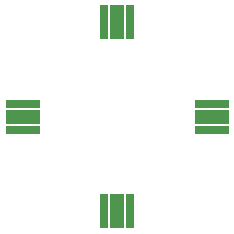
<source format=gbr>
%TF.GenerationSoftware,KiCad,Pcbnew,7.0.7*%
%TF.CreationDate,2024-01-18T12:21:34-05:00*%
%TF.ProjectId,LED_board,4c45445f-626f-4617-9264-2e6b69636164,rev?*%
%TF.SameCoordinates,Original*%
%TF.FileFunction,Soldermask,Top*%
%TF.FilePolarity,Negative*%
%FSLAX46Y46*%
G04 Gerber Fmt 4.6, Leading zero omitted, Abs format (unit mm)*
G04 Created by KiCad (PCBNEW 7.0.7) date 2024-01-18 12:21:34*
%MOMM*%
%LPD*%
G01*
G04 APERTURE LIST*
G04 Aperture macros list*
%AMRoundRect*
0 Rectangle with rounded corners*
0 $1 Rounding radius*
0 $2 $3 $4 $5 $6 $7 $8 $9 X,Y pos of 4 corners*
0 Add a 4 corners polygon primitive as box body*
4,1,4,$2,$3,$4,$5,$6,$7,$8,$9,$2,$3,0*
0 Add four circle primitives for the rounded corners*
1,1,$1+$1,$2,$3*
1,1,$1+$1,$4,$5*
1,1,$1+$1,$6,$7*
1,1,$1+$1,$8,$9*
0 Add four rect primitives between the rounded corners*
20,1,$1+$1,$2,$3,$4,$5,0*
20,1,$1+$1,$4,$5,$6,$7,0*
20,1,$1+$1,$6,$7,$8,$9,0*
20,1,$1+$1,$8,$9,$2,$3,0*%
G04 Aperture macros list end*
%ADD10RoundRect,0.102000X0.250000X1.350000X-0.250000X1.350000X-0.250000X-1.350000X0.250000X-1.350000X0*%
%ADD11RoundRect,0.102000X0.500000X1.350000X-0.500000X1.350000X-0.500000X-1.350000X0.500000X-1.350000X0*%
%ADD12RoundRect,0.102000X-1.350000X0.250000X-1.350000X-0.250000X1.350000X-0.250000X1.350000X0.250000X0*%
%ADD13RoundRect,0.102000X-1.350000X0.500000X-1.350000X-0.500000X1.350000X-0.500000X1.350000X0.500000X0*%
G04 APERTURE END LIST*
D10*
%TO.C,D2*%
X101100000Y-92000000D03*
X98900000Y-92000000D03*
D11*
X100000000Y-92000000D03*
%TD*%
D12*
%TO.C,D4*%
X108000000Y-98900000D03*
X108000000Y-101100000D03*
D13*
X108000000Y-100000000D03*
%TD*%
D12*
%TO.C,D1*%
X92000000Y-98900000D03*
X92000000Y-101100000D03*
D13*
X92000000Y-100000000D03*
%TD*%
D10*
%TO.C,D3*%
X101100000Y-108000000D03*
X98900000Y-108000000D03*
D11*
X100000000Y-108000000D03*
%TD*%
M02*

</source>
